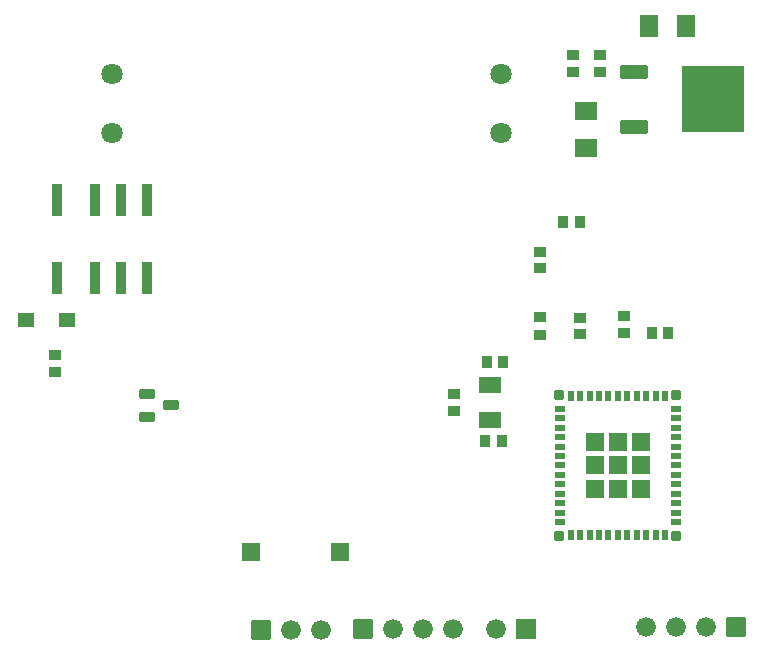
<source format=gts>
G04 Layer: TopSolderMaskLayer*
G04 EasyEDA v6.5.21, 2022-10-26 23:24:46*
G04 7043a08dc792485ca80c43a16287fa54,0a3b9bc433cf4336b4e61a92af7c5883,10*
G04 Gerber Generator version 0.2*
G04 Scale: 100 percent, Rotated: No, Reflected: No *
G04 Dimensions in inches *
G04 leading zeros omitted , absolute positions ,3 integer and 6 decimal *
%FSLAX36Y36*%
%MOIN*%

%AMMACRO1*1,1,$1,$2,$3*1,1,$1,$4,$5*1,1,$1,0-$2,0-$3*1,1,$1,0-$4,0-$5*20,1,$1,$2,$3,$4,$5,0*20,1,$1,$4,$5,0-$2,0-$3,0*20,1,$1,0-$2,0-$3,0-$4,0-$5,0*20,1,$1,0-$4,0-$5,$2,$3,0*4,1,4,$2,$3,$4,$5,0-$2,0-$3,0-$4,0-$5,$2,$3,0*%
%ADD10MACRO1,0.004X-0.0157X0.0504X0.0157X0.0504*%
%ADD11C,0.0709*%
%ADD12MACRO1,0.004X-0.0292X-0.034X-0.0292X0.034*%
%ADD13MACRO1,0.004X0.0292X-0.034X0.0292X0.034*%
%ADD14MACRO1,0.004X0.0157X-0.0177X-0.0157X-0.0177*%
%ADD15MACRO1,0.004X0.0177X0.0157X0.0177X-0.0157*%
%ADD16MACRO1,0.004X-0.0157X0.0177X0.0157X0.0177*%
%ADD17MACRO1,0.004X-0.031X0.031X0.031X0.031*%
%ADD18C,0.0660*%
%ADD19MACRO1,0.004X0.031X-0.031X-0.031X-0.031*%
%ADD20R,0.0660X0.0660*%
%ADD21MACRO1,0.004X-0.0276X-0.0295X-0.0276X0.0295*%
%ADD22MACRO1,0.004X-0.017X0.0159X0.017X0.0159*%
%ADD23MACRO1,0.004X-0.017X-0.0159X0.017X-0.0159*%
%ADD24MACRO1,0.004X0.017X-0.0159X-0.017X-0.0159*%
%ADD25MACRO1,0.004X0.017X0.0159X-0.017X0.0159*%
%ADD26MACRO1,0.0039X0.0138X-0.0138X-0.0138X-0.0138*%
%ADD27MACRO1,0.0039X0.0157X-0.0079X-0.0157X-0.0079*%
%ADD28MACRO1,0.0039X-0.0079X-0.0157X-0.0079X0.0157*%
%ADD29MACRO1,0.0039X-0.0157X0.0079X0.0157X0.0079*%
%ADD30MACRO1,0.0039X0.0079X0.0157X0.0079X-0.0157*%
%ADD31MACRO1,0.0039X0.0285X0.0285X0.0285X-0.0285*%
%ADD32MACRO1,0.004X0.0437X-0.0209X0.0437X0.0209*%
%ADD33MACRO1,0.004X0.1024X0.1093X0.1024X-0.1093*%
%ADD34MACRO1,0.004X0.0354X0.0256X0.0354X-0.0256*%
%ADD35MACRO1,0.004X0.034X-0.0292X-0.034X-0.0292*%
%ADD36MACRO1,0.004X0.034X0.0292X-0.034X0.0292*%
%ADD37MACRO1,0.004X-0.0236X0.0226X0.0236X0.0226*%
%ADD38MACRO1,0.004X0.0246X-0.0138X-0.0246X-0.0138*%

%LPD*%
D10*
G01*
X-3155395Y195709D03*
G01*
X-3242014Y195709D03*
G01*
X-3328624Y195709D03*
G01*
X-3454604Y195709D03*
G01*
X-3155395Y-65709D03*
G01*
X-3242014Y-65709D03*
G01*
X-3328624Y-65709D03*
G01*
X-3454604Y-65709D03*
D11*
G01*
X-1975000Y613420D03*
G01*
X-1975000Y416570D03*
D12*
G01*
X-1357302Y775000D03*
D13*
G01*
X-1482697Y775000D03*
D14*
G01*
X-1472558Y-250000D03*
G01*
X-1417441Y-250000D03*
D15*
G01*
X-1710000Y-252558D03*
G01*
X-1710000Y-197441D03*
G01*
X-1845000Y-32558D03*
G01*
X-1845000Y22558D03*
D14*
G01*
X-2022558Y-345000D03*
G01*
X-1967441Y-345000D03*
G01*
X-2027558Y-610000D03*
G01*
X-1972441Y-610000D03*
D16*
G01*
X-1712441Y120000D03*
G01*
X-1767558Y120000D03*
D17*
G01*
X-2435000Y-1235000D03*
D18*
G01*
X-2335000Y-1235000D03*
G01*
X-2235000Y-1235000D03*
G01*
X-2135000Y-1235000D03*
D19*
G01*
X-1190000Y-1230000D03*
D18*
G01*
X-1290000Y-1230000D03*
G01*
X-1390000Y-1230000D03*
G01*
X-1490000Y-1230000D03*
D20*
G01*
X-1890000Y-1235000D03*
D18*
G01*
X-1990000Y-1235000D03*
D17*
G01*
X-2775000Y-1240000D03*
D18*
G01*
X-2675000Y-1240000D03*
G01*
X-2575000Y-1240000D03*
D21*
G01*
X-2809602Y-980000D03*
G01*
X-2510396Y-980000D03*
D22*
G01*
X-1845000Y-254655D03*
D23*
G01*
X-1845000Y-195344D03*
D24*
G01*
X-1565000Y-190344D03*
D25*
G01*
X-1565000Y-249655D03*
D22*
G01*
X-2130000Y-509655D03*
D23*
G01*
X-2130000Y-450344D03*
D26*
G01*
X-1390118Y-455748D03*
G01*
X-1779882Y-455749D03*
G01*
X-1779882Y-924251D03*
G01*
X-1390118Y-924251D03*
D27*
G01*
X-1392086Y-501023D03*
G01*
X-1392086Y-532519D03*
G01*
X-1392086Y-564015D03*
G01*
X-1392086Y-595512D03*
G01*
X-1392086Y-627007D03*
G01*
X-1392086Y-658504D03*
G01*
X-1392086Y-690000D03*
G01*
X-1392086Y-721495D03*
G01*
X-1392086Y-752992D03*
G01*
X-1392086Y-784487D03*
G01*
X-1392086Y-815984D03*
G01*
X-1392086Y-847480D03*
G01*
X-1392086Y-878976D03*
D28*
G01*
X-1427519Y-922283D03*
G01*
X-1459015Y-922283D03*
G01*
X-1490512Y-922283D03*
G01*
X-1522007Y-922283D03*
G01*
X-1553504Y-922283D03*
G01*
X-1585000Y-922283D03*
G01*
X-1616495Y-922283D03*
G01*
X-1647992Y-922283D03*
G01*
X-1679487Y-922283D03*
G01*
X-1710984Y-922283D03*
G01*
X-1742480Y-922283D03*
D29*
G01*
X-1777913Y-878976D03*
G01*
X-1777913Y-847480D03*
G01*
X-1777913Y-815984D03*
G01*
X-1777913Y-784487D03*
G01*
X-1777913Y-752992D03*
G01*
X-1777913Y-721495D03*
G01*
X-1777913Y-690000D03*
G01*
X-1777913Y-658504D03*
G01*
X-1777913Y-627007D03*
G01*
X-1777913Y-595512D03*
G01*
X-1777913Y-564015D03*
G01*
X-1777913Y-532519D03*
G01*
X-1777913Y-501023D03*
D30*
G01*
X-1742480Y-457716D03*
G01*
X-1710984Y-457716D03*
G01*
X-1679487Y-457716D03*
G01*
X-1647992Y-457716D03*
G01*
X-1616495Y-457716D03*
G01*
X-1585000Y-457716D03*
G01*
X-1553504Y-457716D03*
G01*
X-1522007Y-457716D03*
G01*
X-1490512Y-457716D03*
G01*
X-1459015Y-457716D03*
G01*
X-1427519Y-457716D03*
D31*
G01*
X-1585000Y-690000D03*
G01*
X-1585000Y-612244D03*
G01*
X-1662755Y-612244D03*
G01*
X-1662755Y-690000D03*
G01*
X-1662755Y-767755D03*
G01*
X-1585000Y-767755D03*
G01*
X-1507244Y-767755D03*
G01*
X-1507244Y-690000D03*
G01*
X-1507244Y-612244D03*
D32*
G01*
X-1531836Y620551D03*
G01*
X-1531836Y439448D03*
D33*
G01*
X-1268163Y530000D03*
D34*
G01*
X-2010000Y-422599D03*
G01*
X-2010000Y-537400D03*
D15*
G01*
X-1645000Y622441D03*
G01*
X-1645000Y677558D03*
G01*
X-1735000Y622441D03*
G01*
X-1735000Y677558D03*
D35*
G01*
X-1690000Y492697D03*
D36*
G01*
X-1690000Y367302D03*
D22*
G01*
X-3460000Y-379655D03*
D23*
G01*
X-3460000Y-320344D03*
D37*
G01*
X-3421694Y-205000D03*
G01*
X-3558305Y-205000D03*
D11*
G01*
X-3269989Y416570D03*
G01*
X-3269989Y613420D03*
D38*
G01*
X-3154369Y-452599D03*
G01*
X-3154369Y-527399D03*
G01*
X-3075630Y-489999D03*
M02*

</source>
